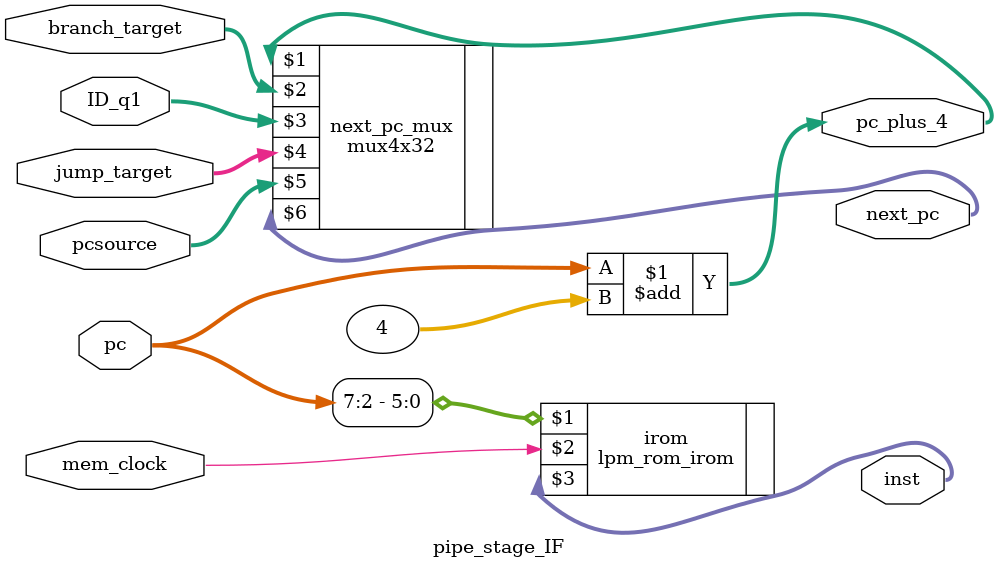
<source format=v>
`default_nettype none

module pipe_stage_IF(
    input [1: 0] pcsource, 
    input [31: 0] branch_target, 
    input [31: 0] ID_q1, 
    input [31: 0] jump_target, 
    input mem_clock,
    input [31: 0] pc, 

    output wire [31: 0] pc_plus_4, 
    output wire [31: 0] next_pc,
    output wire [31: 0] inst 
);
    // 取指令阶段

    assign pc_plus_4 = pc + 4;

    mux4x32 next_pc_mux(pc_plus_4, branch_target, ID_q1, jump_target, pcsource, next_pc);
    // 为 0：PC + 4
    // 为 1：选择转移地址（beq, bne）
    // 为 2：选择寄存器地址（jr）
    // 为 3：选择跳转地址（j, jal）

    lpm_rom_irom irom (pc[7: 2], mem_clock, inst); 
    // 实际上只用了 8 位地址？
    // WARNING：不要擅自修改

endmodule
</source>
